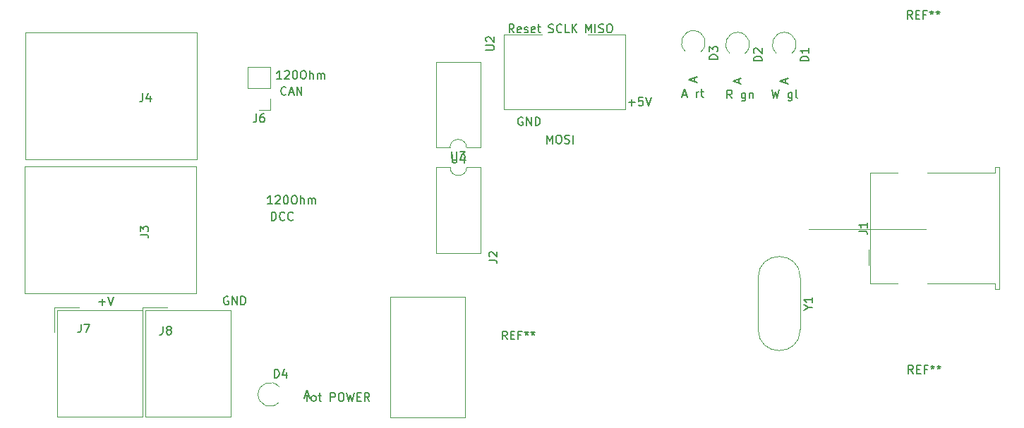
<source format=gbr>
%TF.GenerationSoftware,KiCad,Pcbnew,5.1.6-c6e7f7d~87~ubuntu18.04.1*%
%TF.CreationDate,2021-03-29T12:27:15+02:00*%
%TF.ProjectId,sboxnet2usb,73626f78-6e65-4743-9275-73622e6b6963,rev?*%
%TF.SameCoordinates,Original*%
%TF.FileFunction,Legend,Top*%
%TF.FilePolarity,Positive*%
%FSLAX46Y46*%
G04 Gerber Fmt 4.6, Leading zero omitted, Abs format (unit mm)*
G04 Created by KiCad (PCBNEW 5.1.6-c6e7f7d~87~ubuntu18.04.1) date 2021-03-29 12:27:15*
%MOMM*%
%LPD*%
G01*
G04 APERTURE LIST*
%ADD10C,0.150000*%
%ADD11C,0.120000*%
G04 APERTURE END LIST*
D10*
X212978571Y-80402380D02*
X212978571Y-79402380D01*
X213311904Y-80116666D01*
X213645238Y-79402380D01*
X213645238Y-80402380D01*
X214121428Y-80402380D02*
X214121428Y-79402380D01*
X214550000Y-80354761D02*
X214692857Y-80402380D01*
X214930952Y-80402380D01*
X215026190Y-80354761D01*
X215073809Y-80307142D01*
X215121428Y-80211904D01*
X215121428Y-80116666D01*
X215073809Y-80021428D01*
X215026190Y-79973809D01*
X214930952Y-79926190D01*
X214740476Y-79878571D01*
X214645238Y-79830952D01*
X214597619Y-79783333D01*
X214550000Y-79688095D01*
X214550000Y-79592857D01*
X214597619Y-79497619D01*
X214645238Y-79450000D01*
X214740476Y-79402380D01*
X214978571Y-79402380D01*
X215121428Y-79450000D01*
X215740476Y-79402380D02*
X215930952Y-79402380D01*
X216026190Y-79450000D01*
X216121428Y-79545238D01*
X216169047Y-79735714D01*
X216169047Y-80069047D01*
X216121428Y-80259523D01*
X216026190Y-80354761D01*
X215930952Y-80402380D01*
X215740476Y-80402380D01*
X215645238Y-80354761D01*
X215550000Y-80259523D01*
X215502380Y-80069047D01*
X215502380Y-79735714D01*
X215550000Y-79545238D01*
X215645238Y-79450000D01*
X215740476Y-79402380D01*
X208534523Y-80354761D02*
X208677380Y-80402380D01*
X208915476Y-80402380D01*
X209010714Y-80354761D01*
X209058333Y-80307142D01*
X209105952Y-80211904D01*
X209105952Y-80116666D01*
X209058333Y-80021428D01*
X209010714Y-79973809D01*
X208915476Y-79926190D01*
X208725000Y-79878571D01*
X208629761Y-79830952D01*
X208582142Y-79783333D01*
X208534523Y-79688095D01*
X208534523Y-79592857D01*
X208582142Y-79497619D01*
X208629761Y-79450000D01*
X208725000Y-79402380D01*
X208963095Y-79402380D01*
X209105952Y-79450000D01*
X210105952Y-80307142D02*
X210058333Y-80354761D01*
X209915476Y-80402380D01*
X209820238Y-80402380D01*
X209677380Y-80354761D01*
X209582142Y-80259523D01*
X209534523Y-80164285D01*
X209486904Y-79973809D01*
X209486904Y-79830952D01*
X209534523Y-79640476D01*
X209582142Y-79545238D01*
X209677380Y-79450000D01*
X209820238Y-79402380D01*
X209915476Y-79402380D01*
X210058333Y-79450000D01*
X210105952Y-79497619D01*
X211010714Y-80402380D02*
X210534523Y-80402380D01*
X210534523Y-79402380D01*
X211344047Y-80402380D02*
X211344047Y-79402380D01*
X211915476Y-80402380D02*
X211486904Y-79830952D01*
X211915476Y-79402380D02*
X211344047Y-79973809D01*
X204386904Y-80402380D02*
X204053571Y-79926190D01*
X203815476Y-80402380D02*
X203815476Y-79402380D01*
X204196428Y-79402380D01*
X204291666Y-79450000D01*
X204339285Y-79497619D01*
X204386904Y-79592857D01*
X204386904Y-79735714D01*
X204339285Y-79830952D01*
X204291666Y-79878571D01*
X204196428Y-79926190D01*
X203815476Y-79926190D01*
X205196428Y-80354761D02*
X205101190Y-80402380D01*
X204910714Y-80402380D01*
X204815476Y-80354761D01*
X204767857Y-80259523D01*
X204767857Y-79878571D01*
X204815476Y-79783333D01*
X204910714Y-79735714D01*
X205101190Y-79735714D01*
X205196428Y-79783333D01*
X205244047Y-79878571D01*
X205244047Y-79973809D01*
X204767857Y-80069047D01*
X205625000Y-80354761D02*
X205720238Y-80402380D01*
X205910714Y-80402380D01*
X206005952Y-80354761D01*
X206053571Y-80259523D01*
X206053571Y-80211904D01*
X206005952Y-80116666D01*
X205910714Y-80069047D01*
X205767857Y-80069047D01*
X205672619Y-80021428D01*
X205625000Y-79926190D01*
X205625000Y-79878571D01*
X205672619Y-79783333D01*
X205767857Y-79735714D01*
X205910714Y-79735714D01*
X206005952Y-79783333D01*
X206863095Y-80354761D02*
X206767857Y-80402380D01*
X206577380Y-80402380D01*
X206482142Y-80354761D01*
X206434523Y-80259523D01*
X206434523Y-79878571D01*
X206482142Y-79783333D01*
X206577380Y-79735714D01*
X206767857Y-79735714D01*
X206863095Y-79783333D01*
X206910714Y-79878571D01*
X206910714Y-79973809D01*
X206434523Y-80069047D01*
X207196428Y-79735714D02*
X207577380Y-79735714D01*
X207339285Y-79402380D02*
X207339285Y-80259523D01*
X207386904Y-80354761D01*
X207482142Y-80402380D01*
X207577380Y-80402380D01*
X218114285Y-88796428D02*
X218876190Y-88796428D01*
X218495238Y-89177380D02*
X218495238Y-88415476D01*
X219828571Y-88177380D02*
X219352380Y-88177380D01*
X219304761Y-88653571D01*
X219352380Y-88605952D01*
X219447619Y-88558333D01*
X219685714Y-88558333D01*
X219780952Y-88605952D01*
X219828571Y-88653571D01*
X219876190Y-88748809D01*
X219876190Y-88986904D01*
X219828571Y-89082142D01*
X219780952Y-89129761D01*
X219685714Y-89177380D01*
X219447619Y-89177380D01*
X219352380Y-89129761D01*
X219304761Y-89082142D01*
X220161904Y-88177380D02*
X220495238Y-89177380D01*
X220828571Y-88177380D01*
X208328571Y-93727380D02*
X208328571Y-92727380D01*
X208661904Y-93441666D01*
X208995238Y-92727380D01*
X208995238Y-93727380D01*
X209661904Y-92727380D02*
X209852380Y-92727380D01*
X209947619Y-92775000D01*
X210042857Y-92870238D01*
X210090476Y-93060714D01*
X210090476Y-93394047D01*
X210042857Y-93584523D01*
X209947619Y-93679761D01*
X209852380Y-93727380D01*
X209661904Y-93727380D01*
X209566666Y-93679761D01*
X209471428Y-93584523D01*
X209423809Y-93394047D01*
X209423809Y-93060714D01*
X209471428Y-92870238D01*
X209566666Y-92775000D01*
X209661904Y-92727380D01*
X210471428Y-93679761D02*
X210614285Y-93727380D01*
X210852380Y-93727380D01*
X210947619Y-93679761D01*
X210995238Y-93632142D01*
X211042857Y-93536904D01*
X211042857Y-93441666D01*
X210995238Y-93346428D01*
X210947619Y-93298809D01*
X210852380Y-93251190D01*
X210661904Y-93203571D01*
X210566666Y-93155952D01*
X210519047Y-93108333D01*
X210471428Y-93013095D01*
X210471428Y-92917857D01*
X210519047Y-92822619D01*
X210566666Y-92775000D01*
X210661904Y-92727380D01*
X210900000Y-92727380D01*
X211042857Y-92775000D01*
X211471428Y-93727380D02*
X211471428Y-92727380D01*
X205413095Y-90600000D02*
X205317857Y-90552380D01*
X205175000Y-90552380D01*
X205032142Y-90600000D01*
X204936904Y-90695238D01*
X204889285Y-90790476D01*
X204841666Y-90980952D01*
X204841666Y-91123809D01*
X204889285Y-91314285D01*
X204936904Y-91409523D01*
X205032142Y-91504761D01*
X205175000Y-91552380D01*
X205270238Y-91552380D01*
X205413095Y-91504761D01*
X205460714Y-91457142D01*
X205460714Y-91123809D01*
X205270238Y-91123809D01*
X205889285Y-91552380D02*
X205889285Y-90552380D01*
X206460714Y-91552380D01*
X206460714Y-90552380D01*
X206936904Y-91552380D02*
X206936904Y-90552380D01*
X207175000Y-90552380D01*
X207317857Y-90600000D01*
X207413095Y-90695238D01*
X207460714Y-90790476D01*
X207508333Y-90980952D01*
X207508333Y-91123809D01*
X207460714Y-91314285D01*
X207413095Y-91409523D01*
X207317857Y-91504761D01*
X207175000Y-91552380D01*
X206936904Y-91552380D01*
X235301190Y-87252380D02*
X235539285Y-88252380D01*
X235729761Y-87538095D01*
X235920238Y-88252380D01*
X236158333Y-87252380D01*
X237729761Y-87585714D02*
X237729761Y-88395238D01*
X237682142Y-88490476D01*
X237634523Y-88538095D01*
X237539285Y-88585714D01*
X237396428Y-88585714D01*
X237301190Y-88538095D01*
X237729761Y-88204761D02*
X237634523Y-88252380D01*
X237444047Y-88252380D01*
X237348809Y-88204761D01*
X237301190Y-88157142D01*
X237253571Y-88061904D01*
X237253571Y-87776190D01*
X237301190Y-87680952D01*
X237348809Y-87633333D01*
X237444047Y-87585714D01*
X237634523Y-87585714D01*
X237729761Y-87633333D01*
X238348809Y-88252380D02*
X238253571Y-88204761D01*
X238205952Y-88109523D01*
X238205952Y-87252380D01*
X230523809Y-88302380D02*
X230190476Y-87826190D01*
X229952380Y-88302380D02*
X229952380Y-87302380D01*
X230333333Y-87302380D01*
X230428571Y-87350000D01*
X230476190Y-87397619D01*
X230523809Y-87492857D01*
X230523809Y-87635714D01*
X230476190Y-87730952D01*
X230428571Y-87778571D01*
X230333333Y-87826190D01*
X229952380Y-87826190D01*
X232142857Y-87635714D02*
X232142857Y-88445238D01*
X232095238Y-88540476D01*
X232047619Y-88588095D01*
X231952380Y-88635714D01*
X231809523Y-88635714D01*
X231714285Y-88588095D01*
X232142857Y-88254761D02*
X232047619Y-88302380D01*
X231857142Y-88302380D01*
X231761904Y-88254761D01*
X231714285Y-88207142D01*
X231666666Y-88111904D01*
X231666666Y-87826190D01*
X231714285Y-87730952D01*
X231761904Y-87683333D01*
X231857142Y-87635714D01*
X232047619Y-87635714D01*
X232142857Y-87683333D01*
X232619047Y-87635714D02*
X232619047Y-88302380D01*
X232619047Y-87730952D02*
X232666666Y-87683333D01*
X232761904Y-87635714D01*
X232904761Y-87635714D01*
X233000000Y-87683333D01*
X233047619Y-87778571D01*
X233047619Y-88302380D01*
X224610714Y-87891666D02*
X225086904Y-87891666D01*
X224515476Y-88177380D02*
X224848809Y-87177380D01*
X225182142Y-88177380D01*
X226277380Y-88177380D02*
X226277380Y-87510714D01*
X226277380Y-87701190D02*
X226325000Y-87605952D01*
X226372619Y-87558333D01*
X226467857Y-87510714D01*
X226563095Y-87510714D01*
X226753571Y-87510714D02*
X227134523Y-87510714D01*
X226896428Y-87177380D02*
X226896428Y-88034523D01*
X226944047Y-88129761D01*
X227039285Y-88177380D01*
X227134523Y-88177380D01*
X179511904Y-124652380D02*
X179511904Y-123985714D01*
X179511904Y-124176190D02*
X179559523Y-124080952D01*
X179607142Y-124033333D01*
X179702380Y-123985714D01*
X179797619Y-123985714D01*
X180273809Y-124652380D02*
X180178571Y-124604761D01*
X180130952Y-124557142D01*
X180083333Y-124461904D01*
X180083333Y-124176190D01*
X180130952Y-124080952D01*
X180178571Y-124033333D01*
X180273809Y-123985714D01*
X180416666Y-123985714D01*
X180511904Y-124033333D01*
X180559523Y-124080952D01*
X180607142Y-124176190D01*
X180607142Y-124461904D01*
X180559523Y-124557142D01*
X180511904Y-124604761D01*
X180416666Y-124652380D01*
X180273809Y-124652380D01*
X180892857Y-123985714D02*
X181273809Y-123985714D01*
X181035714Y-123652380D02*
X181035714Y-124509523D01*
X181083333Y-124604761D01*
X181178571Y-124652380D01*
X181273809Y-124652380D01*
X182369047Y-124652380D02*
X182369047Y-123652380D01*
X182750000Y-123652380D01*
X182845238Y-123700000D01*
X182892857Y-123747619D01*
X182940476Y-123842857D01*
X182940476Y-123985714D01*
X182892857Y-124080952D01*
X182845238Y-124128571D01*
X182750000Y-124176190D01*
X182369047Y-124176190D01*
X183559523Y-123652380D02*
X183750000Y-123652380D01*
X183845238Y-123700000D01*
X183940476Y-123795238D01*
X183988095Y-123985714D01*
X183988095Y-124319047D01*
X183940476Y-124509523D01*
X183845238Y-124604761D01*
X183750000Y-124652380D01*
X183559523Y-124652380D01*
X183464285Y-124604761D01*
X183369047Y-124509523D01*
X183321428Y-124319047D01*
X183321428Y-123985714D01*
X183369047Y-123795238D01*
X183464285Y-123700000D01*
X183559523Y-123652380D01*
X184321428Y-123652380D02*
X184559523Y-124652380D01*
X184750000Y-123938095D01*
X184940476Y-124652380D01*
X185178571Y-123652380D01*
X185559523Y-124128571D02*
X185892857Y-124128571D01*
X186035714Y-124652380D02*
X185559523Y-124652380D01*
X185559523Y-123652380D01*
X186035714Y-123652380D01*
X187035714Y-124652380D02*
X186702380Y-124176190D01*
X186464285Y-124652380D02*
X186464285Y-123652380D01*
X186845238Y-123652380D01*
X186940476Y-123700000D01*
X186988095Y-123747619D01*
X187035714Y-123842857D01*
X187035714Y-123985714D01*
X186988095Y-124080952D01*
X186940476Y-124128571D01*
X186845238Y-124176190D01*
X186464285Y-124176190D01*
X170088095Y-112125000D02*
X169992857Y-112077380D01*
X169850000Y-112077380D01*
X169707142Y-112125000D01*
X169611904Y-112220238D01*
X169564285Y-112315476D01*
X169516666Y-112505952D01*
X169516666Y-112648809D01*
X169564285Y-112839285D01*
X169611904Y-112934523D01*
X169707142Y-113029761D01*
X169850000Y-113077380D01*
X169945238Y-113077380D01*
X170088095Y-113029761D01*
X170135714Y-112982142D01*
X170135714Y-112648809D01*
X169945238Y-112648809D01*
X170564285Y-113077380D02*
X170564285Y-112077380D01*
X171135714Y-113077380D01*
X171135714Y-112077380D01*
X171611904Y-113077380D02*
X171611904Y-112077380D01*
X171850000Y-112077380D01*
X171992857Y-112125000D01*
X172088095Y-112220238D01*
X172135714Y-112315476D01*
X172183333Y-112505952D01*
X172183333Y-112648809D01*
X172135714Y-112839285D01*
X172088095Y-112934523D01*
X171992857Y-113029761D01*
X171850000Y-113077380D01*
X171611904Y-113077380D01*
X154590476Y-112771428D02*
X155352380Y-112771428D01*
X154971428Y-113152380D02*
X154971428Y-112390476D01*
X155685714Y-112152380D02*
X156019047Y-113152380D01*
X156352380Y-112152380D01*
X177032142Y-87807142D02*
X176984523Y-87854761D01*
X176841666Y-87902380D01*
X176746428Y-87902380D01*
X176603571Y-87854761D01*
X176508333Y-87759523D01*
X176460714Y-87664285D01*
X176413095Y-87473809D01*
X176413095Y-87330952D01*
X176460714Y-87140476D01*
X176508333Y-87045238D01*
X176603571Y-86950000D01*
X176746428Y-86902380D01*
X176841666Y-86902380D01*
X176984523Y-86950000D01*
X177032142Y-86997619D01*
X177413095Y-87616666D02*
X177889285Y-87616666D01*
X177317857Y-87902380D02*
X177651190Y-86902380D01*
X177984523Y-87902380D01*
X178317857Y-87902380D02*
X178317857Y-86902380D01*
X178889285Y-87902380D01*
X178889285Y-86902380D01*
X175288095Y-102952380D02*
X175288095Y-101952380D01*
X175526190Y-101952380D01*
X175669047Y-102000000D01*
X175764285Y-102095238D01*
X175811904Y-102190476D01*
X175859523Y-102380952D01*
X175859523Y-102523809D01*
X175811904Y-102714285D01*
X175764285Y-102809523D01*
X175669047Y-102904761D01*
X175526190Y-102952380D01*
X175288095Y-102952380D01*
X176859523Y-102857142D02*
X176811904Y-102904761D01*
X176669047Y-102952380D01*
X176573809Y-102952380D01*
X176430952Y-102904761D01*
X176335714Y-102809523D01*
X176288095Y-102714285D01*
X176240476Y-102523809D01*
X176240476Y-102380952D01*
X176288095Y-102190476D01*
X176335714Y-102095238D01*
X176430952Y-102000000D01*
X176573809Y-101952380D01*
X176669047Y-101952380D01*
X176811904Y-102000000D01*
X176859523Y-102047619D01*
X177859523Y-102857142D02*
X177811904Y-102904761D01*
X177669047Y-102952380D01*
X177573809Y-102952380D01*
X177430952Y-102904761D01*
X177335714Y-102809523D01*
X177288095Y-102714285D01*
X177240476Y-102523809D01*
X177240476Y-102380952D01*
X177288095Y-102190476D01*
X177335714Y-102095238D01*
X177430952Y-102000000D01*
X177573809Y-101952380D01*
X177669047Y-101952380D01*
X177811904Y-102000000D01*
X177859523Y-102047619D01*
X175390476Y-100977380D02*
X174819047Y-100977380D01*
X175104761Y-100977380D02*
X175104761Y-99977380D01*
X175009523Y-100120238D01*
X174914285Y-100215476D01*
X174819047Y-100263095D01*
X175771428Y-100072619D02*
X175819047Y-100025000D01*
X175914285Y-99977380D01*
X176152380Y-99977380D01*
X176247619Y-100025000D01*
X176295238Y-100072619D01*
X176342857Y-100167857D01*
X176342857Y-100263095D01*
X176295238Y-100405952D01*
X175723809Y-100977380D01*
X176342857Y-100977380D01*
X176961904Y-99977380D02*
X177057142Y-99977380D01*
X177152380Y-100025000D01*
X177200000Y-100072619D01*
X177247619Y-100167857D01*
X177295238Y-100358333D01*
X177295238Y-100596428D01*
X177247619Y-100786904D01*
X177200000Y-100882142D01*
X177152380Y-100929761D01*
X177057142Y-100977380D01*
X176961904Y-100977380D01*
X176866666Y-100929761D01*
X176819047Y-100882142D01*
X176771428Y-100786904D01*
X176723809Y-100596428D01*
X176723809Y-100358333D01*
X176771428Y-100167857D01*
X176819047Y-100072619D01*
X176866666Y-100025000D01*
X176961904Y-99977380D01*
X177914285Y-99977380D02*
X178104761Y-99977380D01*
X178200000Y-100025000D01*
X178295238Y-100120238D01*
X178342857Y-100310714D01*
X178342857Y-100644047D01*
X178295238Y-100834523D01*
X178200000Y-100929761D01*
X178104761Y-100977380D01*
X177914285Y-100977380D01*
X177819047Y-100929761D01*
X177723809Y-100834523D01*
X177676190Y-100644047D01*
X177676190Y-100310714D01*
X177723809Y-100120238D01*
X177819047Y-100025000D01*
X177914285Y-99977380D01*
X178771428Y-100977380D02*
X178771428Y-99977380D01*
X179200000Y-100977380D02*
X179200000Y-100453571D01*
X179152380Y-100358333D01*
X179057142Y-100310714D01*
X178914285Y-100310714D01*
X178819047Y-100358333D01*
X178771428Y-100405952D01*
X179676190Y-100977380D02*
X179676190Y-100310714D01*
X179676190Y-100405952D02*
X179723809Y-100358333D01*
X179819047Y-100310714D01*
X179961904Y-100310714D01*
X180057142Y-100358333D01*
X180104761Y-100453571D01*
X180104761Y-100977380D01*
X180104761Y-100453571D02*
X180152380Y-100358333D01*
X180247619Y-100310714D01*
X180390476Y-100310714D01*
X180485714Y-100358333D01*
X180533333Y-100453571D01*
X180533333Y-100977380D01*
X176490476Y-85977380D02*
X175919047Y-85977380D01*
X176204761Y-85977380D02*
X176204761Y-84977380D01*
X176109523Y-85120238D01*
X176014285Y-85215476D01*
X175919047Y-85263095D01*
X176871428Y-85072619D02*
X176919047Y-85025000D01*
X177014285Y-84977380D01*
X177252380Y-84977380D01*
X177347619Y-85025000D01*
X177395238Y-85072619D01*
X177442857Y-85167857D01*
X177442857Y-85263095D01*
X177395238Y-85405952D01*
X176823809Y-85977380D01*
X177442857Y-85977380D01*
X178061904Y-84977380D02*
X178157142Y-84977380D01*
X178252380Y-85025000D01*
X178300000Y-85072619D01*
X178347619Y-85167857D01*
X178395238Y-85358333D01*
X178395238Y-85596428D01*
X178347619Y-85786904D01*
X178300000Y-85882142D01*
X178252380Y-85929761D01*
X178157142Y-85977380D01*
X178061904Y-85977380D01*
X177966666Y-85929761D01*
X177919047Y-85882142D01*
X177871428Y-85786904D01*
X177823809Y-85596428D01*
X177823809Y-85358333D01*
X177871428Y-85167857D01*
X177919047Y-85072619D01*
X177966666Y-85025000D01*
X178061904Y-84977380D01*
X179014285Y-84977380D02*
X179204761Y-84977380D01*
X179300000Y-85025000D01*
X179395238Y-85120238D01*
X179442857Y-85310714D01*
X179442857Y-85644047D01*
X179395238Y-85834523D01*
X179300000Y-85929761D01*
X179204761Y-85977380D01*
X179014285Y-85977380D01*
X178919047Y-85929761D01*
X178823809Y-85834523D01*
X178776190Y-85644047D01*
X178776190Y-85310714D01*
X178823809Y-85120238D01*
X178919047Y-85025000D01*
X179014285Y-84977380D01*
X179871428Y-85977380D02*
X179871428Y-84977380D01*
X180300000Y-85977380D02*
X180300000Y-85453571D01*
X180252380Y-85358333D01*
X180157142Y-85310714D01*
X180014285Y-85310714D01*
X179919047Y-85358333D01*
X179871428Y-85405952D01*
X180776190Y-85977380D02*
X180776190Y-85310714D01*
X180776190Y-85405952D02*
X180823809Y-85358333D01*
X180919047Y-85310714D01*
X181061904Y-85310714D01*
X181157142Y-85358333D01*
X181204761Y-85453571D01*
X181204761Y-85977380D01*
X181204761Y-85453571D02*
X181252380Y-85358333D01*
X181347619Y-85310714D01*
X181490476Y-85310714D01*
X181585714Y-85358333D01*
X181633333Y-85453571D01*
X181633333Y-85977380D01*
D11*
X253800000Y-104000000D02*
X239700000Y-104000000D01*
%TO.C,J1*%
X262080000Y-110560000D02*
X253970000Y-110560000D01*
X262080000Y-110560000D02*
X262080000Y-111210000D01*
X247120000Y-110560000D02*
X247120000Y-97240000D01*
X247120000Y-110560000D02*
X250450000Y-110560000D01*
X247120000Y-97240000D02*
X250450000Y-97240000D01*
X262600000Y-96590000D02*
X262080000Y-96590000D01*
X262600000Y-111210000D02*
X262600000Y-96590000D01*
X253970000Y-97240000D02*
X262080000Y-97240000D01*
X262080000Y-111210000D02*
X262600000Y-111210000D01*
X262080000Y-96590000D02*
X262080000Y-97240000D01*
X246900000Y-108300000D02*
X246900000Y-106500000D01*
%TO.C,J3*%
X145700000Y-96480000D02*
X145700000Y-111720000D01*
X145700000Y-96480000D02*
X166270000Y-96480000D01*
X166270000Y-96480000D02*
X166270000Y-111720000D01*
X166270000Y-111720000D02*
X145700000Y-111720000D01*
%TO.C,J4*%
X145800000Y-80380000D02*
X145800000Y-95620000D01*
X145800000Y-80380000D02*
X166370000Y-80380000D01*
X166370000Y-80380000D02*
X166370000Y-95620000D01*
X166370000Y-95620000D02*
X145800000Y-95620000D01*
%TO.C,J6*%
X175130000Y-89705000D02*
X173800000Y-89705000D01*
X175130000Y-88375000D02*
X175130000Y-89705000D01*
X175130000Y-87105000D02*
X172470000Y-87105000D01*
X172470000Y-87105000D02*
X172470000Y-84505000D01*
X175130000Y-87105000D02*
X175130000Y-84505000D01*
X175130000Y-84505000D02*
X172470000Y-84505000D01*
%TO.C,J7*%
X149200000Y-116400000D02*
X149200000Y-113400000D01*
X149200000Y-113400000D02*
X152200000Y-113400000D01*
X149580000Y-113780000D02*
X159820000Y-113780000D01*
X159820000Y-113780000D02*
X159820000Y-126520000D01*
X149580000Y-126520000D02*
X159820000Y-126520000D01*
X149580000Y-113780000D02*
X149580000Y-126520000D01*
X149580000Y-113780000D02*
X159820000Y-113780000D01*
X159820000Y-113780000D02*
X159820000Y-126520000D01*
X149580000Y-126520000D02*
X159820000Y-126520000D01*
X149580000Y-113780000D02*
X149580000Y-126520000D01*
%TO.C,J2*%
X194000000Y-126600000D02*
X198400000Y-126600000D01*
X198200000Y-126600000D02*
X198500000Y-126600000D01*
X194000000Y-112100000D02*
X198500000Y-112100000D01*
X198500000Y-126600000D02*
X198500000Y-112100000D01*
X194000000Y-112100000D02*
X189500000Y-112100000D01*
X194000000Y-126600000D02*
X189500000Y-126600000D01*
X189500000Y-126600000D02*
X189500000Y-112100000D01*
%TO.C,J8*%
X159800000Y-116400000D02*
X159800000Y-113400000D01*
X159800000Y-113400000D02*
X162800000Y-113400000D01*
X160180000Y-113780000D02*
X170420000Y-113780000D01*
X170420000Y-113780000D02*
X170420000Y-126520000D01*
X160180000Y-126520000D02*
X170420000Y-126520000D01*
X160180000Y-113780000D02*
X160180000Y-126520000D01*
X160180000Y-113780000D02*
X170420000Y-113780000D01*
X170420000Y-113780000D02*
X170420000Y-126520000D01*
X160180000Y-126520000D02*
X170420000Y-126520000D01*
X160180000Y-113780000D02*
X160180000Y-126520000D01*
%TO.C,Y1*%
X238725000Y-109815000D02*
X238725000Y-116065000D01*
X233675000Y-109815000D02*
X233675000Y-116065000D01*
X233675000Y-116065000D02*
G75*
G03*
X238725000Y-116065000I2525000J0D01*
G01*
X233675000Y-109815000D02*
G75*
G02*
X238725000Y-109815000I2525000J0D01*
G01*
%TO.C,U4*%
X196710000Y-96570000D02*
X195060000Y-96570000D01*
X195060000Y-96570000D02*
X195060000Y-106850000D01*
X195060000Y-106850000D02*
X200360000Y-106850000D01*
X200360000Y-106850000D02*
X200360000Y-96570000D01*
X200360000Y-96570000D02*
X198710000Y-96570000D01*
X198710000Y-96570000D02*
G75*
G02*
X196710000Y-96570000I-1000000J0D01*
G01*
%TO.C,U3*%
X198690000Y-94230000D02*
X200340000Y-94230000D01*
X200340000Y-94230000D02*
X200340000Y-83950000D01*
X200340000Y-83950000D02*
X195040000Y-83950000D01*
X195040000Y-83950000D02*
X195040000Y-94230000D01*
X195040000Y-94230000D02*
X196690000Y-94230000D01*
X196690000Y-94230000D02*
G75*
G02*
X198690000Y-94230000I1000000J0D01*
G01*
%TO.C,U2*%
X217700000Y-80600000D02*
X217700000Y-87600000D01*
X213200000Y-80600000D02*
X217700000Y-80600000D01*
X217700000Y-87600000D02*
X217700000Y-89600000D01*
X217700000Y-89600000D02*
X205200000Y-89600000D01*
X205200000Y-80600000D02*
X207700000Y-80600000D01*
X205200000Y-80600000D02*
X203200000Y-80600000D01*
X203200000Y-80600000D02*
X203200000Y-89600000D01*
X203200000Y-89600000D02*
X205200000Y-89600000D01*
%TO.C,D3*%
X224931134Y-82653850D02*
G75*
G02*
X226800000Y-82713239I968866J1053850D01*
G01*
%TO.C,D2*%
X230231134Y-82853850D02*
G75*
G02*
X232100000Y-82913239I968866J1053850D01*
G01*
%TO.C,D1*%
X235831134Y-82853850D02*
G75*
G02*
X237700000Y-82913239I968866J1053850D01*
G01*
%TO.C,D4*%
X176153850Y-124818866D02*
G75*
G02*
X176213239Y-122950000I-1053850J968866D01*
G01*
%TO.C,J1*%
D10*
X245762380Y-104233333D02*
X246476666Y-104233333D01*
X246619523Y-104280952D01*
X246714761Y-104376190D01*
X246762380Y-104519047D01*
X246762380Y-104614285D01*
X246762380Y-103233333D02*
X246762380Y-103804761D01*
X246762380Y-103519047D02*
X245762380Y-103519047D01*
X245905238Y-103614285D01*
X246000476Y-103709523D01*
X246048095Y-103804761D01*
%TO.C,REF\u002A\u002A*%
X252266666Y-121352380D02*
X251933333Y-120876190D01*
X251695238Y-121352380D02*
X251695238Y-120352380D01*
X252076190Y-120352380D01*
X252171428Y-120400000D01*
X252219047Y-120447619D01*
X252266666Y-120542857D01*
X252266666Y-120685714D01*
X252219047Y-120780952D01*
X252171428Y-120828571D01*
X252076190Y-120876190D01*
X251695238Y-120876190D01*
X252695238Y-120828571D02*
X253028571Y-120828571D01*
X253171428Y-121352380D02*
X252695238Y-121352380D01*
X252695238Y-120352380D01*
X253171428Y-120352380D01*
X253933333Y-120828571D02*
X253600000Y-120828571D01*
X253600000Y-121352380D02*
X253600000Y-120352380D01*
X254076190Y-120352380D01*
X254600000Y-120352380D02*
X254600000Y-120590476D01*
X254361904Y-120495238D02*
X254600000Y-120590476D01*
X254838095Y-120495238D01*
X254457142Y-120780952D02*
X254600000Y-120590476D01*
X254742857Y-120780952D01*
X255361904Y-120352380D02*
X255361904Y-120590476D01*
X255123809Y-120495238D02*
X255361904Y-120590476D01*
X255600000Y-120495238D01*
X255219047Y-120780952D02*
X255361904Y-120590476D01*
X255504761Y-120780952D01*
X252166666Y-78752380D02*
X251833333Y-78276190D01*
X251595238Y-78752380D02*
X251595238Y-77752380D01*
X251976190Y-77752380D01*
X252071428Y-77800000D01*
X252119047Y-77847619D01*
X252166666Y-77942857D01*
X252166666Y-78085714D01*
X252119047Y-78180952D01*
X252071428Y-78228571D01*
X251976190Y-78276190D01*
X251595238Y-78276190D01*
X252595238Y-78228571D02*
X252928571Y-78228571D01*
X253071428Y-78752380D02*
X252595238Y-78752380D01*
X252595238Y-77752380D01*
X253071428Y-77752380D01*
X253833333Y-78228571D02*
X253500000Y-78228571D01*
X253500000Y-78752380D02*
X253500000Y-77752380D01*
X253976190Y-77752380D01*
X254500000Y-77752380D02*
X254500000Y-77990476D01*
X254261904Y-77895238D02*
X254500000Y-77990476D01*
X254738095Y-77895238D01*
X254357142Y-78180952D02*
X254500000Y-77990476D01*
X254642857Y-78180952D01*
X255261904Y-77752380D02*
X255261904Y-77990476D01*
X255023809Y-77895238D02*
X255261904Y-77990476D01*
X255500000Y-77895238D01*
X255119047Y-78180952D02*
X255261904Y-77990476D01*
X255404761Y-78180952D01*
X203566666Y-117252380D02*
X203233333Y-116776190D01*
X202995238Y-117252380D02*
X202995238Y-116252380D01*
X203376190Y-116252380D01*
X203471428Y-116300000D01*
X203519047Y-116347619D01*
X203566666Y-116442857D01*
X203566666Y-116585714D01*
X203519047Y-116680952D01*
X203471428Y-116728571D01*
X203376190Y-116776190D01*
X202995238Y-116776190D01*
X203995238Y-116728571D02*
X204328571Y-116728571D01*
X204471428Y-117252380D02*
X203995238Y-117252380D01*
X203995238Y-116252380D01*
X204471428Y-116252380D01*
X205233333Y-116728571D02*
X204900000Y-116728571D01*
X204900000Y-117252380D02*
X204900000Y-116252380D01*
X205376190Y-116252380D01*
X205900000Y-116252380D02*
X205900000Y-116490476D01*
X205661904Y-116395238D02*
X205900000Y-116490476D01*
X206138095Y-116395238D01*
X205757142Y-116680952D02*
X205900000Y-116490476D01*
X206042857Y-116680952D01*
X206661904Y-116252380D02*
X206661904Y-116490476D01*
X206423809Y-116395238D02*
X206661904Y-116490476D01*
X206900000Y-116395238D01*
X206519047Y-116680952D02*
X206661904Y-116490476D01*
X206804761Y-116680952D01*
%TO.C,J3*%
X159523340Y-104679713D02*
X160237626Y-104679713D01*
X160380483Y-104727332D01*
X160475721Y-104822570D01*
X160523340Y-104965427D01*
X160523340Y-105060665D01*
X159523340Y-104298760D02*
X159523340Y-103679713D01*
X159904293Y-104013046D01*
X159904293Y-103870189D01*
X159951912Y-103774951D01*
X159999531Y-103727332D01*
X160094769Y-103679713D01*
X160332864Y-103679713D01*
X160428102Y-103727332D01*
X160475721Y-103774951D01*
X160523340Y-103870189D01*
X160523340Y-104155903D01*
X160475721Y-104251141D01*
X160428102Y-104298760D01*
%TO.C,J4*%
X159837626Y-87698760D02*
X159837626Y-88413046D01*
X159790007Y-88555903D01*
X159694769Y-88651141D01*
X159551912Y-88698760D01*
X159456674Y-88698760D01*
X160742388Y-88032094D02*
X160742388Y-88698760D01*
X160504293Y-87651141D02*
X160266198Y-88365427D01*
X160885245Y-88365427D01*
%TO.C,J6*%
X173466666Y-90157380D02*
X173466666Y-90871666D01*
X173419047Y-91014523D01*
X173323809Y-91109761D01*
X173180952Y-91157380D01*
X173085714Y-91157380D01*
X174371428Y-90157380D02*
X174180952Y-90157380D01*
X174085714Y-90205000D01*
X174038095Y-90252619D01*
X173942857Y-90395476D01*
X173895238Y-90585952D01*
X173895238Y-90966904D01*
X173942857Y-91062142D01*
X173990476Y-91109761D01*
X174085714Y-91157380D01*
X174276190Y-91157380D01*
X174371428Y-91109761D01*
X174419047Y-91062142D01*
X174466666Y-90966904D01*
X174466666Y-90728809D01*
X174419047Y-90633571D01*
X174371428Y-90585952D01*
X174276190Y-90538333D01*
X174085714Y-90538333D01*
X173990476Y-90585952D01*
X173942857Y-90633571D01*
X173895238Y-90728809D01*
%TO.C,J7*%
X152416666Y-115402380D02*
X152416666Y-116116666D01*
X152369047Y-116259523D01*
X152273809Y-116354761D01*
X152130952Y-116402380D01*
X152035714Y-116402380D01*
X152797619Y-115402380D02*
X153464285Y-115402380D01*
X153035714Y-116402380D01*
%TO.C,J2*%
X201352380Y-107733333D02*
X202066666Y-107733333D01*
X202209523Y-107780952D01*
X202304761Y-107876190D01*
X202352380Y-108019047D01*
X202352380Y-108114285D01*
X201447619Y-107304761D02*
X201400000Y-107257142D01*
X201352380Y-107161904D01*
X201352380Y-106923809D01*
X201400000Y-106828571D01*
X201447619Y-106780952D01*
X201542857Y-106733333D01*
X201638095Y-106733333D01*
X201780952Y-106780952D01*
X202352380Y-107352380D01*
X202352380Y-106733333D01*
%TO.C,J8*%
X162266666Y-115677380D02*
X162266666Y-116391666D01*
X162219047Y-116534523D01*
X162123809Y-116629761D01*
X161980952Y-116677380D01*
X161885714Y-116677380D01*
X162885714Y-116105952D02*
X162790476Y-116058333D01*
X162742857Y-116010714D01*
X162695238Y-115915476D01*
X162695238Y-115867857D01*
X162742857Y-115772619D01*
X162790476Y-115725000D01*
X162885714Y-115677380D01*
X163076190Y-115677380D01*
X163171428Y-115725000D01*
X163219047Y-115772619D01*
X163266666Y-115867857D01*
X163266666Y-115915476D01*
X163219047Y-116010714D01*
X163171428Y-116058333D01*
X163076190Y-116105952D01*
X162885714Y-116105952D01*
X162790476Y-116153571D01*
X162742857Y-116201190D01*
X162695238Y-116296428D01*
X162695238Y-116486904D01*
X162742857Y-116582142D01*
X162790476Y-116629761D01*
X162885714Y-116677380D01*
X163076190Y-116677380D01*
X163171428Y-116629761D01*
X163219047Y-116582142D01*
X163266666Y-116486904D01*
X163266666Y-116296428D01*
X163219047Y-116201190D01*
X163171428Y-116153571D01*
X163076190Y-116105952D01*
%TO.C,Y1*%
X239701190Y-113416190D02*
X240177380Y-113416190D01*
X239177380Y-113749523D02*
X239701190Y-113416190D01*
X239177380Y-113082857D01*
X240177380Y-112225714D02*
X240177380Y-112797142D01*
X240177380Y-112511428D02*
X239177380Y-112511428D01*
X239320238Y-112606666D01*
X239415476Y-112701904D01*
X239463095Y-112797142D01*
%TO.C,U4*%
X196948095Y-95022380D02*
X196948095Y-95831904D01*
X196995714Y-95927142D01*
X197043333Y-95974761D01*
X197138571Y-96022380D01*
X197329047Y-96022380D01*
X197424285Y-95974761D01*
X197471904Y-95927142D01*
X197519523Y-95831904D01*
X197519523Y-95022380D01*
X198424285Y-95355714D02*
X198424285Y-96022380D01*
X198186190Y-94974761D02*
X197948095Y-95689047D01*
X198567142Y-95689047D01*
%TO.C,U3*%
X196928095Y-94682380D02*
X196928095Y-95491904D01*
X196975714Y-95587142D01*
X197023333Y-95634761D01*
X197118571Y-95682380D01*
X197309047Y-95682380D01*
X197404285Y-95634761D01*
X197451904Y-95587142D01*
X197499523Y-95491904D01*
X197499523Y-94682380D01*
X197880476Y-94682380D02*
X198499523Y-94682380D01*
X198166190Y-95063333D01*
X198309047Y-95063333D01*
X198404285Y-95110952D01*
X198451904Y-95158571D01*
X198499523Y-95253809D01*
X198499523Y-95491904D01*
X198451904Y-95587142D01*
X198404285Y-95634761D01*
X198309047Y-95682380D01*
X198023333Y-95682380D01*
X197928095Y-95634761D01*
X197880476Y-95587142D01*
%TO.C,U2*%
X201002380Y-82486904D02*
X201811904Y-82486904D01*
X201907142Y-82439285D01*
X201954761Y-82391666D01*
X202002380Y-82296428D01*
X202002380Y-82105952D01*
X201954761Y-82010714D01*
X201907142Y-81963095D01*
X201811904Y-81915476D01*
X201002380Y-81915476D01*
X201097619Y-81486904D02*
X201050000Y-81439285D01*
X201002380Y-81344047D01*
X201002380Y-81105952D01*
X201050000Y-81010714D01*
X201097619Y-80963095D01*
X201192857Y-80915476D01*
X201288095Y-80915476D01*
X201430952Y-80963095D01*
X202002380Y-81534523D01*
X202002380Y-80915476D01*
%TO.C,D3*%
X228822380Y-83608095D02*
X227822380Y-83608095D01*
X227822380Y-83370000D01*
X227870000Y-83227142D01*
X227965238Y-83131904D01*
X228060476Y-83084285D01*
X228250952Y-83036666D01*
X228393809Y-83036666D01*
X228584285Y-83084285D01*
X228679523Y-83131904D01*
X228774761Y-83227142D01*
X228822380Y-83370000D01*
X228822380Y-83608095D01*
X227822380Y-82703333D02*
X227822380Y-82084285D01*
X228203333Y-82417619D01*
X228203333Y-82274761D01*
X228250952Y-82179523D01*
X228298571Y-82131904D01*
X228393809Y-82084285D01*
X228631904Y-82084285D01*
X228727142Y-82131904D01*
X228774761Y-82179523D01*
X228822380Y-82274761D01*
X228822380Y-82560476D01*
X228774761Y-82655714D01*
X228727142Y-82703333D01*
X226066666Y-86278095D02*
X226066666Y-85801904D01*
X226352380Y-86373333D02*
X225352380Y-86040000D01*
X226352380Y-85706666D01*
%TO.C,D2*%
X234122380Y-83808095D02*
X233122380Y-83808095D01*
X233122380Y-83570000D01*
X233170000Y-83427142D01*
X233265238Y-83331904D01*
X233360476Y-83284285D01*
X233550952Y-83236666D01*
X233693809Y-83236666D01*
X233884285Y-83284285D01*
X233979523Y-83331904D01*
X234074761Y-83427142D01*
X234122380Y-83570000D01*
X234122380Y-83808095D01*
X233217619Y-82855714D02*
X233170000Y-82808095D01*
X233122380Y-82712857D01*
X233122380Y-82474761D01*
X233170000Y-82379523D01*
X233217619Y-82331904D01*
X233312857Y-82284285D01*
X233408095Y-82284285D01*
X233550952Y-82331904D01*
X234122380Y-82903333D01*
X234122380Y-82284285D01*
X231366666Y-86478095D02*
X231366666Y-86001904D01*
X231652380Y-86573333D02*
X230652380Y-86240000D01*
X231652380Y-85906666D01*
%TO.C,D1*%
X239722380Y-83808095D02*
X238722380Y-83808095D01*
X238722380Y-83570000D01*
X238770000Y-83427142D01*
X238865238Y-83331904D01*
X238960476Y-83284285D01*
X239150952Y-83236666D01*
X239293809Y-83236666D01*
X239484285Y-83284285D01*
X239579523Y-83331904D01*
X239674761Y-83427142D01*
X239722380Y-83570000D01*
X239722380Y-83808095D01*
X239722380Y-82284285D02*
X239722380Y-82855714D01*
X239722380Y-82570000D02*
X238722380Y-82570000D01*
X238865238Y-82665238D01*
X238960476Y-82760476D01*
X239008095Y-82855714D01*
X236966666Y-86478095D02*
X236966666Y-86001904D01*
X237252380Y-86573333D02*
X236252380Y-86240000D01*
X237252380Y-85906666D01*
%TO.C,D4*%
X175631904Y-121832380D02*
X175631904Y-120832380D01*
X175870000Y-120832380D01*
X176012857Y-120880000D01*
X176108095Y-120975238D01*
X176155714Y-121070476D01*
X176203333Y-121260952D01*
X176203333Y-121403809D01*
X176155714Y-121594285D01*
X176108095Y-121689523D01*
X176012857Y-121784761D01*
X175870000Y-121832380D01*
X175631904Y-121832380D01*
X177060476Y-121165714D02*
X177060476Y-121832380D01*
X176822380Y-120784761D02*
X176584285Y-121499047D01*
X177203333Y-121499047D01*
X179301904Y-124016666D02*
X179778095Y-124016666D01*
X179206666Y-124302380D02*
X179540000Y-123302380D01*
X179873333Y-124302380D01*
%TD*%
M02*

</source>
